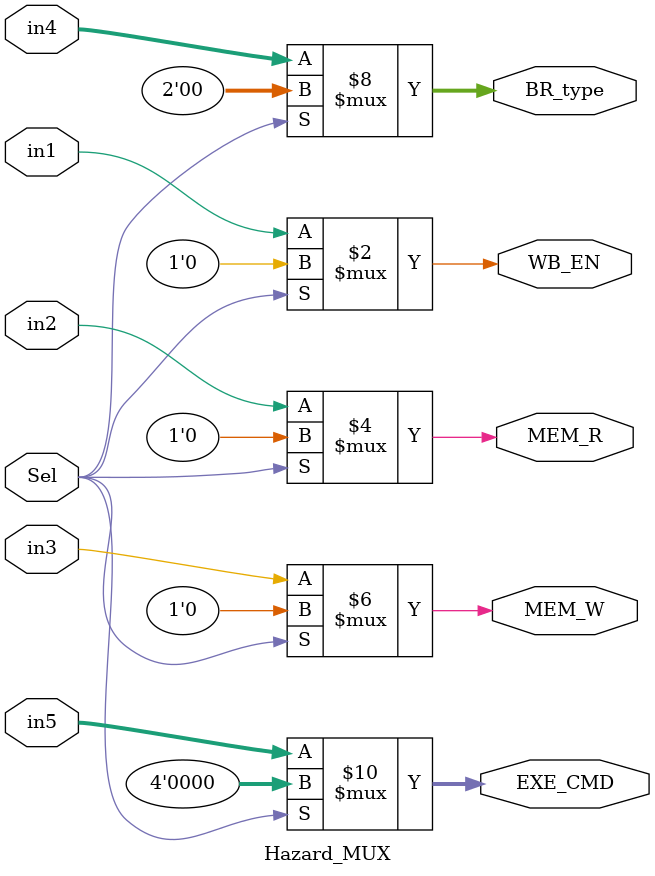
<source format=v>
module Forwarding_Unit(Dest_MEM, Dest_EXE , Forward_Dest_EN, Dest_WB, WB_EN_MEM, WB_EN_WB, Src1_EXE, Src2_EXE, Forward_Val1, Forward_Val2, EN);

input [4:0] Dest_EXE;
input Forward_Dest_EN;
input [4:0]Dest_MEM, Dest_WB;
input WB_EN_MEM, WB_EN_WB;
input [4:0] Src1_EXE, Src2_EXE;
input EN;
output [1:0]Forward_Val1, Forward_Val2;

wire [4:0]in2;

assign in2 = (Forward_Dest_EN == 1'b1 ) ? Dest_EXE : Src2_EXE;


assign Forward_Val1= (EN == 0) ? 0 :
					 (WB_EN_MEM && (Dest_MEM == Src1_EXE)) ? 2 : 
                     (WB_EN_WB && (Dest_WB == Src1_EXE)) ? 1 :  0;
                    
assign Forward_Val2= (EN == 0) ? 0 :
					 (WB_EN_MEM && (Dest_MEM == in2)) ? 2 : 
                     (WB_EN_WB && (Dest_WB == in2)) ? 1 :  0;                


endmodule

module Forwarding_MUX(input [31:0]Val,Result_WB,ALU_result_MEM,input [1:0]Forward_Val,output [31:0]O);
  assign O=(Forward_Val==0)?Val:((Forward_Val==1)?Result_WB:((Forward_Val==2)?ALU_result_MEM:32'bz));

endmodule

module Hazard_Detector ( Src1 , Src2 , EXE_Dest , EXE_WB_EN , MEM_Dest , MEM_WB_EN , Freeze , Hazard_Detected_Sig, MEM_R_EN, EN);
input [4:0] Src1 , Src2;
input [4:0] EXE_Dest, MEM_Dest;
input EXE_WB_EN , MEM_WB_EN;
input MEM_R_EN;
input EN;
output Freeze;
output reg Hazard_Detected_Sig;

always @(*)
begin
	if  (EN == 1'b1)
		if ( ( MEM_R_EN == 1'b1 && ( (Src1 == EXE_Dest) || (Src2 == EXE_Dest) )) == 1'b1)
			Hazard_Detected_Sig = 1'b1;
		else 
			Hazard_Detected_Sig = 1'b0;
	else 
		if ((( EXE_WB_EN == 1'b1 && ( (Src1 == EXE_Dest) || (Src2 == EXE_Dest) )) || ( MEM_WB_EN == 1'b1 && ( (Src1 == MEM_Dest) || (Src2 == MEM_Dest) ))) == 1'b1)
			Hazard_Detected_Sig = 1'b1;
		else 
			Hazard_Detected_Sig = 1'b0;


end
assign Freeze = Hazard_Detected_Sig;
endmodule



module Hazard_MUX ( in1,in2,in3,in4,in5 , Sel , WB_EN , MEM_R , MEM_W , BR_type , EXE_CMD );

input [3:0] in5;
input [1:0] in4;
input in1,in2,in3;
input Sel;
output  WB_EN , MEM_R , MEM_W;
output  [1:0] BR_type ;
output  [3:0] EXE_CMD;

assign WB_EN = (Sel == 1'b1) ? 1'b0: in1;
assign MEM_R = (Sel == 1'b1) ? 1'b0: in2;
assign MEM_W = (Sel == 1'b1) ? 1'b0: in3;
assign BR_type = (Sel == 1'b1) ? 2'b0 : in4;
assign EXE_CMD = (Sel == 1'b1) ? 4'b0 : in5;

endmodule







</source>
